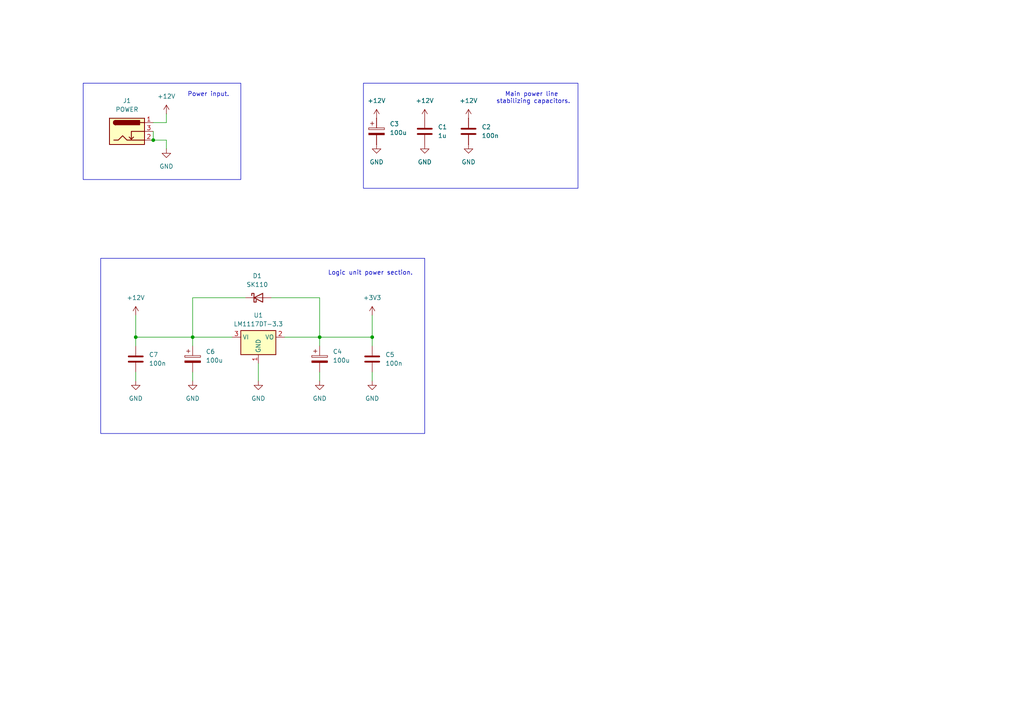
<source format=kicad_sch>
(kicad_sch (version 20231120) (generator "eeschema") (generator_version "8.0")
  (paper "A4")
  (lib_symbols
    (symbol "Connector:Barrel_Jack_Switch" (pin_names hide)
      (property "Reference" "J" (at 0 5.334 0))
      (property "Value" "Barrel_Jack_Switch" (at 0 -5.08 0))
      (symbol "Barrel_Jack_Switch_0_1"
        (rectangle (start -5.08 3.81) (end 5.08 -3.81) (stroke (width 0.254)) (fill (type background)))
        (arc (start -3.302 3.175) (mid -3.9343 2.54) (end -3.302 1.905) (stroke (width 0.254)))
        (arc (start -3.302 3.175) (mid -3.9343 2.54) (end -3.302 1.905) (stroke (width 0.254)) (fill (type outline)))
        (polyline (pts (xy 1.27 -2.286) (xy 1.905 -1.651)) (stroke (width 0.254)))
        (polyline (pts (xy 5.08 2.54) (xy 3.81 2.54)) (stroke (width 0.254)))
        (polyline (pts (xy 5.08 0) (xy 1.27 0) (xy 1.27 -2.286) (xy 0.635 -1.651)) (stroke (width 0.254)))
        (polyline (pts (xy -3.81 -2.54) (xy -2.54 -2.54) (xy -1.27 -1.27) (xy 0 -2.54) (xy 2.54 -2.54) (xy 5.08 -2.54)) (stroke (width 0.254)))
        (rectangle (start 3.683 3.175) (end -3.302 1.905) (stroke (width 0.254)) (fill (type outline)))
      )
      (symbol "Barrel_Jack_Switch_1_1"
        (pin passive line (at 7.62 2.54 180) (length 2.54) (name "~") (number "1"))
        (pin passive line (at 7.62 -2.54 180) (length 2.54) (name "~") (number "2"))
        (pin passive line (at 7.62 0 180) (length 2.54) (name "~") (number "3"))
      )
    )
    (symbol "Device:C" (pin_numbers hide) (pin_names (offset 0.254))
      (property "Reference" "C" (at 0.635 2.54 0))
      (property "Value" "C" (at 0.635 -2.54 0))
      (symbol "C_0_1"
        (polyline (pts (xy -2.032 -0.762) (xy 2.032 -0.762)) (stroke (width 0.508)))
        (polyline (pts (xy -2.032 0.762) (xy 2.032 0.762)) (stroke (width 0.508)))
      )
      (symbol "C_1_1"
        (pin passive line (at 0 3.81 270) (length 2.794) (name "~") (number "1"))
        (pin passive line (at 0 -3.81 90) (length 2.794) (name "~") (number "2"))
      )
    )
    (symbol "Device:C_Polarized" (pin_numbers hide) (pin_names (offset 0.254))
      (property "Reference" "C" (at 0.635 2.54 0))
      (property "Value" "C_Polarized" (at 0.635 -2.54 0))
      (symbol "C_Polarized_0_1"
        (rectangle (start -2.286 0.508) (end 2.286 1.016))
        (polyline (pts (xy -1.778 2.286) (xy -0.762 2.286)))
        (polyline (pts (xy -1.27 2.794) (xy -1.27 1.778)))
        (rectangle (start 2.286 -0.508) (end -2.286 -1.016) (fill (type outline)))
      )
      (symbol "C_Polarized_1_1"
        (pin passive line (at 0 3.81 270) (length 2.794) (name "~") (number "1"))
        (pin passive line (at 0 -3.81 90) (length 2.794) (name "~") (number "2"))
      )
    )
    (symbol "Device:D_Schottky" (pin_numbers hide) (pin_names (offset 1.016) hide)
      (property "Reference" "D" (at 0 2.54 0))
      (property "Value" "D_Schottky" (at 0 -2.54 0))
      (symbol "D_Schottky_0_1"
        (polyline (pts (xy 1.27 0) (xy -1.27 0)))
        (polyline (pts (xy 1.27 1.27) (xy 1.27 -1.27) (xy -1.27 0) (xy 1.27 1.27)) (stroke (width 0.254)))
        (polyline (pts (xy -1.905 0.635) (xy -1.905 1.27) (xy -1.27 1.27) (xy -1.27 -1.27) (xy -0.635 -1.27) (xy -0.635 -0.635)) (stroke (width 0.254)))
      )
      (symbol "D_Schottky_1_1"
        (pin passive line (at -3.81 0 0) (length 2.54) (name "K") (number "1"))
        (pin passive line (at 3.81 0 180) (length 2.54) (name "A") (number "2"))
      )
    )
    (symbol "Regulator_Linear:LM1117DT-3.3"
      (property "Reference" "U" (at -3.81 3.175 0))
      (property "Value" "LM1117DT-3.3" (at 0 3.175 0))
      (symbol "LM1117DT-3.3_0_1"
        (rectangle (start -5.08 -5.08) (end 5.08 1.905) (stroke (width 0.254)) (fill (type background)))
      )
      (symbol "LM1117DT-3.3_1_1"
        (pin power_in line (at 0 -7.62 90) (length 2.54) (name "GND") (number "1"))
        (pin power_out line (at 7.62 0 180) (length 2.54) (name "VO") (number "2"))
        (pin power_in line (at -7.62 0 0) (length 2.54) (name "VI") (number "3"))
      )
    )
    (symbol "power:+12V" (power) (pin_numbers hide) (pin_names (offset 0) hide)
      (property "Value" "+12V" (at 0 3.556 0))
      (symbol "+12V_0_1"
        (polyline (pts (xy -0.762 1.27) (xy 0 2.54)))
        (polyline (pts (xy 0 0) (xy 0 2.54)))
        (polyline (pts (xy 0 2.54) (xy 0.762 1.27)))
      )
      (symbol "+12V_1_1"
        (pin power_in line (at 0 0 90) (length 0) (name "~") (number "1"))
      )
    )
    (symbol "power:+3V3" (power) (pin_numbers hide) (pin_names (offset 0) hide)
      (property "Value" "+3V3" (at 0 3.556 0))
      (symbol "+3V3_0_1"
        (polyline (pts (xy -0.762 1.27) (xy 0 2.54)))
        (polyline (pts (xy 0 0) (xy 0 2.54)))
        (polyline (pts (xy 0 2.54) (xy 0.762 1.27)))
      )
      (symbol "+3V3_1_1"
        (pin power_in line (at 0 0 90) (length 0) (name "~") (number "1"))
      )
    )
    (symbol "power:GND" (power) (pin_numbers hide) (pin_names (offset 0) hide)
      (property "Value" "GND" (at 0 -3.81 0))
      (symbol "GND_0_1"
        (polyline (pts (xy 0 0) (xy 0 -1.27) (xy 1.27 -1.27) (xy 0 -2.54) (xy -1.27 -1.27) (xy 0 -1.27)))
      )
      (symbol "GND_1_1"
        (pin power_in line (at 0 0 270) (length 0) (name "~") (number "1"))
      )
    )
  )
  (junction (at 44.45 40.64))
  (junction (at 107.95 97.79))
  (junction (at 92.71 97.79))
  (junction (at 39.37 97.79))
  (junction (at 55.88 97.79))
  (wire (pts (xy 92.71 100.33) (xy 92.71 97.79)))
  (wire (pts (xy 92.71 110.49) (xy 92.71 107.95)))
  (wire (pts (xy 39.37 97.79) (xy 55.88 97.79)))
  (wire (pts (xy 107.95 100.33) (xy 107.95 97.79)))
  (wire (pts (xy 74.93 110.49) (xy 74.93 105.41)))
  (wire (pts (xy 55.88 100.33) (xy 55.88 97.79)))
  (wire (pts (xy 39.37 107.95) (xy 39.37 110.49)))
  (wire (pts (xy 55.88 97.79) (xy 67.31 97.79)))
  (wire (pts (xy 107.95 97.79) (xy 92.71 97.79)))
  (wire (pts (xy 92.71 97.79) (xy 82.55 97.79)))
  (wire (pts (xy 78.74 86.36) (xy 92.71 86.36)))
  (wire (pts (xy 39.37 100.33) (xy 39.37 97.79)))
  (wire (pts (xy 107.95 107.95) (xy 107.95 110.49)))
  (wire (pts (xy 48.26 35.56) (xy 44.45 35.56)))
  (wire (pts (xy 44.45 38.1) (xy 44.45 40.64)))
  (wire (pts (xy 39.37 91.44) (xy 39.37 97.79)))
  (wire (pts (xy 107.95 91.44) (xy 107.95 97.79)))
  (wire (pts (xy 55.88 110.49) (xy 55.88 107.95)))
  (wire (pts (xy 71.12 86.36) (xy 55.88 86.36)))
  (wire (pts (xy 48.26 40.64) (xy 44.45 40.64)))
  (wire (pts (xy 48.26 33.02) (xy 48.26 35.56)))
  (wire (pts (xy 48.26 43.18) (xy 48.26 40.64)))
  (wire (pts (xy 55.88 86.36) (xy 55.88 97.79)))
  (wire (pts (xy 92.71 86.36) (xy 92.71 97.79)))
  (rectangle (start 24.13 24.13) (end 69.85 52.07))
  (rectangle (start 29.21 74.93) (end 123.19 125.73))
  (rectangle (start 105.41 24.13) (end 167.64 54.61))
  (text "Main power line \nstabilizing capacitors." (at 154.686 28.448 0) (effects (font (size 1.27 1.27))))
  (text "Logic unit power section.\n" (at 107.442 79.248 0) (effects (font (size 1.27 1.27))))
  (text "Power input." (at 60.452 27.432 0) (effects (font (size 1.27 1.27))))
  (symbol (lib_id "power:GND") (at 92.71 110.49 0) (unit 1)
    (property "Reference" "#PWR09" (effects (hide yes)))
    (property "Value" "GND" (at 92.71 115.57 0))
    (property "Description" "Power symbol creates a global label with name \"GND\" , ground" (effects (hide yes)))
  )
  (symbol (lib_id "power:+12V") (at 109.22 34.29 0) (unit 1)
    (property "Reference" "#PWR05" (effects (hide yes)))
    (property "Value" "+12V" (at 109.22 29.21 0))
    (property "Description" "Power symbol creates a global label with name \"+12V\"" (effects (hide yes)))
  )
  (symbol (lib_id "power:GND") (at 123.19 41.91 0) (unit 1)
    (property "Reference" "#PWR03" (effects (hide yes)))
    (property "Value" "GND" (at 123.19 46.99 0))
    (property "Description" "Power symbol creates a global label with name \"GND\" , ground" (effects (hide yes)))
  )
  (symbol (lib_id "power:+12V") (at 123.19 34.29 0) (unit 1)
    (property "Reference" "#PWR04" (effects (hide yes)))
    (property "Value" "+12V" (at 123.19 29.21 0))
    (property "Description" "Power symbol creates a global label with name \"+12V\"" (effects (hide yes)))
  )
  (symbol (lib_id "power:+12V") (at 135.89 34.29 0) (unit 1)
    (property "Reference" "#PWR06" (effects (hide yes)))
    (property "Value" "+12V" (at 135.89 29.21 0))
    (property "Description" "Power symbol creates a global label with name \"+12V\"" (effects (hide yes)))
  )
  (symbol (lib_id "Connector:Barrel_Jack_Switch") (at 36.83 38.1 0) (unit 1)
    (property "Reference" "J1" (at 36.83 29.21 0))
    (property "Value" "POWER" (at 36.83 31.75 0))
    (property "Footprint" "Connector_BarrelJack:BarrelJack_Horizontal" (effects (hide yes)))
    (property "Description" "DC Barrel Jack with an internal switch" (effects (hide yes)))
  )
  (symbol (lib_id "Device:C") (at 107.95 104.14 0) (unit 1)
    (property "Reference" "C5" (at 111.76 102.8699 0) (effects (justify left)))
    (property "Value" "100n" (at 111.76 105.4099 0) (effects (justify left)))
    (property "Footprint" "Capacitor_SMD:C_0805_2012Metric_Pad1.18x1.45mm_HandSolder" (effects (hide yes)))
    (property "Description" "Unpolarized capacitor" (effects (hide yes)))
  )
  (symbol (lib_id "Device:D_Schottky") (at 74.93 86.36 0) (unit 1)
    (property "Reference" "D1" (at 74.6125 80.01 0))
    (property "Value" "SK110" (at 74.6125 82.55 0))
    (property "Footprint" "Diode_SMD:D_SMA_Handsoldering" (effects (hide yes)))
    (property "Description" "Schottky diode" (effects (hide yes)))
  )
  (symbol (lib_id "power:GND") (at 109.22 41.91 0) (unit 1)
    (property "Reference" "#PWR07" (effects (hide yes)))
    (property "Value" "GND" (at 109.22 46.99 0))
    (property "Description" "Power symbol creates a global label with name \"GND\" , ground" (effects (hide yes)))
  )
  (symbol (lib_id "power:+12V") (at 39.37 91.44 0) (unit 1)
    (property "Reference" "#PWR014" (effects (hide yes)))
    (property "Value" "+12V" (at 39.37 86.36 0))
    (property "Description" "Power symbol creates a global label with name \"+12V\"" (effects (hide yes)))
  )
  (symbol (lib_id "power:GND") (at 55.88 110.49 0) (unit 1)
    (property "Reference" "#PWR013" (effects (hide yes)))
    (property "Value" "GND" (at 55.88 115.57 0))
    (property "Description" "Power symbol creates a global label with name \"GND\" , ground" (effects (hide yes)))
  )
  (symbol (lib_id "power:GND") (at 107.95 110.49 0) (unit 1)
    (property "Reference" "#PWR011" (effects (hide yes)))
    (property "Value" "GND" (at 107.95 115.57 0))
    (property "Description" "Power symbol creates a global label with name \"GND\" , ground" (effects (hide yes)))
  )
  (symbol (lib_id "power:GND") (at 74.93 110.49 0) (unit 1)
    (property "Reference" "#PWR010" (effects (hide yes)))
    (property "Value" "GND" (at 74.93 115.57 0))
    (property "Description" "Power symbol creates a global label with name \"GND\" , ground" (effects (hide yes)))
  )
  (symbol (lib_id "power:GND") (at 135.89 41.91 0) (unit 1)
    (property "Reference" "#PWR08" (effects (hide yes)))
    (property "Value" "GND" (at 135.89 46.99 0))
    (property "Description" "Power symbol creates a global label with name \"GND\" , ground" (effects (hide yes)))
  )
  (symbol (lib_id "power:+12V") (at 48.26 33.02 0) (unit 1)
    (property "Reference" "#PWR01" (effects (hide yes)))
    (property "Value" "+12V" (at 48.26 27.94 0))
    (property "Description" "Power symbol creates a global label with name \"+12V\"" (effects (hide yes)))
  )
  (symbol (lib_id "Device:C") (at 123.19 38.1 0) (unit 1)
    (property "Reference" "C1" (at 127 36.8299 0) (effects (justify left)))
    (property "Value" "1u" (at 127 39.3699 0) (effects (justify left)))
    (property "Footprint" "Capacitor_SMD:C_0805_2012Metric_Pad1.18x1.45mm_HandSolder" (effects (hide yes)))
    (property "Description" "Unpolarized capacitor" (effects (hide yes)))
  )
  (symbol (lib_id "Device:C") (at 135.89 38.1 0) (unit 1)
    (property "Reference" "C2" (at 139.7 36.8299 0) (effects (justify left)))
    (property "Value" "100n" (at 139.7 39.3699 0) (effects (justify left)))
    (property "Footprint" "Capacitor_SMD:C_0805_2012Metric_Pad1.18x1.45mm_HandSolder" (effects (hide yes)))
    (property "Description" "Unpolarized capacitor" (effects (hide yes)))
  )
  (symbol (lib_id "power:+3V3") (at 107.95 91.44 0) (unit 1)
    (property "Reference" "#PWR012" (effects (hide yes)))
    (property "Value" "+3V3" (at 107.95 86.36 0))
    (property "Description" "Power symbol creates a global label with name \"+3V3\"" (effects (hide yes)))
  )
  (symbol (lib_id "Device:C_Polarized") (at 109.22 38.1 0) (unit 1)
    (property "Reference" "C3" (at 113.03 35.9409 0) (effects (justify left)))
    (property "Value" "100u" (at 113.03 38.4809 0) (effects (justify left)))
    (property "Footprint" "Capacitor_SMD:CP_Elec_6.3x5.4" (effects (hide yes)))
    (property "Description" "Polarized capacitor" (effects (hide yes)))
  )
  (symbol (lib_id "Device:C") (at 39.37 104.14 0) (unit 1)
    (property "Reference" "C7" (at 43.18 102.8699 0) (effects (justify left)))
    (property "Value" "100n" (at 43.18 105.4099 0) (effects (justify left)))
    (property "Footprint" "Capacitor_SMD:C_0805_2012Metric_Pad1.18x1.45mm_HandSolder" (effects (hide yes)))
    (property "Description" "Unpolarized capacitor" (effects (hide yes)))
  )
  (symbol (lib_id "Regulator_Linear:LM1117DT-3.3") (at 74.93 97.79 0) (unit 1)
    (property "Reference" "U1" (at 74.93 91.44 0))
    (property "Value" "LM1117DT-3.3" (at 74.93 93.98 0))
    (property "Footprint" "Package_TO_SOT_SMD:TO-252-2" (effects (hide yes)))
    (property "Datasheet" "http://www.ti.com/lit/ds/symlink/lm1117.pdf" (effects (hide yes)))
    (property "Description" "800mA Low-Dropout Linear Regulator, 3.3V fixed output, TO-252" (effects (hide yes)))
  )
  (symbol (lib_id "power:GND") (at 39.37 110.49 0) (unit 1)
    (property "Reference" "#PWR015" (effects (hide yes)))
    (property "Value" "GND" (at 39.37 115.57 0))
    (property "Description" "Power symbol creates a global label with name \"GND\" , ground" (effects (hide yes)))
  )
  (symbol (lib_id "Device:C_Polarized") (at 92.71 104.14 0) (unit 1)
    (property "Reference" "C4" (at 96.52 101.9809 0) (effects (justify left)))
    (property "Value" "100u" (at 96.52 104.5209 0) (effects (justify left)))
    (property "Footprint" "Capacitor_SMD:CP_Elec_6.3x5.4" (effects (hide yes)))
    (property "Description" "Polarized capacitor" (effects (hide yes)))
  )
  (symbol (lib_id "power:GND") (at 48.26 43.18 0) (unit 1)
    (property "Reference" "#PWR02" (effects (hide yes)))
    (property "Value" "GND" (at 48.26 48.26 0))
    (property "Description" "Power symbol creates a global label with name \"GND\" , ground" (effects (hide yes)))
  )
  (symbol (lib_id "Device:C_Polarized") (at 55.88 104.14 0) (unit 1)
    (property "Reference" "C6" (at 59.69 101.9809 0) (effects (justify left)))
    (property "Value" "100u" (at 59.69 104.5209 0) (effects (justify left)))
    (property "Footprint" "Capacitor_SMD:CP_Elec_6.3x5.4" (effects (hide yes)))
    (property "Description" "Polarized capacitor" (effects (hide yes)))
  )
)
</source>
